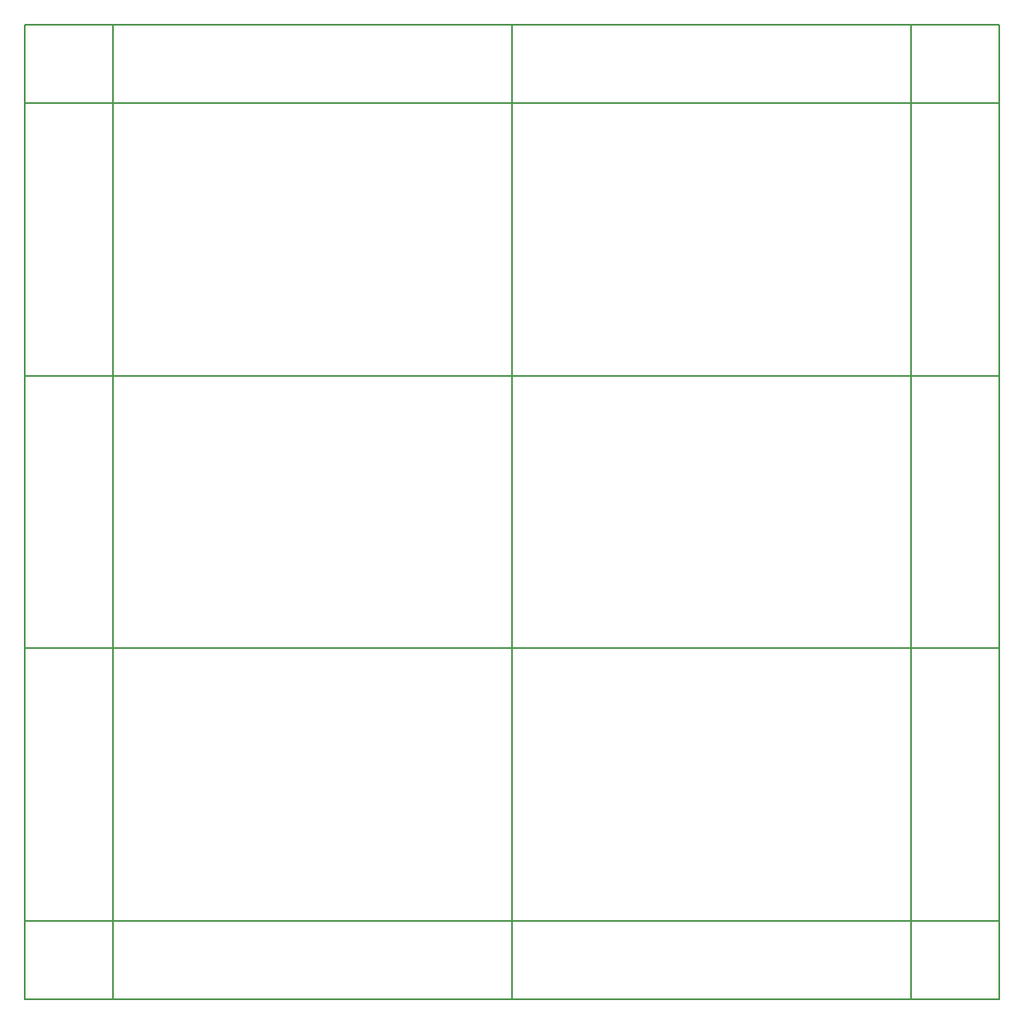
<source format=gbr>
G04 #@! TF.GenerationSoftware,KiCad,Pcbnew,5.0.0*
G04 #@! TF.CreationDate,2018-12-15T19:02:40-05:00*
G04 #@! TF.ProjectId,BT_12V_SmartSwitch-panelized,42545F3132565F536D61727453776974,rev?*
G04 #@! TF.SameCoordinates,Original*
G04 #@! TF.FileFunction,Profile,NP*
%FSLAX46Y46*%
G04 Gerber Fmt 4.6, Leading zero omitted, Abs format (unit mm)*
G04 Created by KiCad (PCBNEW 5.0.0) date Sat Dec 15 19:02:40 2018*
%MOMM*%
%LPD*%
G01*
G04 APERTURE LIST*
%ADD10C,0.150000*%
G04 APERTURE END LIST*
D10*
X89500000Y-130000000D02*
X89500000Y-30000000D01*
X189500000Y-130000000D02*
X89500000Y-130000000D01*
X189500000Y-30000000D02*
X189500000Y-130000000D01*
X89500000Y-30000000D02*
X189500000Y-30000000D01*
X180500000Y-122000000D02*
X180500000Y-130000000D01*
X139500000Y-122000000D02*
X139500000Y-130000000D01*
X98500000Y-122000000D02*
X98500000Y-130000000D01*
X89500000Y-130000000D02*
X89500000Y-122000000D01*
X189500000Y-130000000D02*
X89500000Y-130000000D01*
X189500000Y-122000000D02*
X189500000Y-130000000D01*
X180500000Y-38000000D02*
X180500000Y-30000000D01*
X139500000Y-38000000D02*
X139500000Y-30000000D01*
X98500000Y-38000000D02*
X98500000Y-30000000D01*
X89500000Y-30000000D02*
X89500000Y-38000000D01*
X189500000Y-30000000D02*
X89500000Y-30000000D01*
X189500000Y-38000000D02*
X189500000Y-30000000D01*
X180500000Y-66000000D02*
X189500000Y-66000000D01*
X180500000Y-94000000D02*
X189500000Y-94000000D01*
X189500000Y-122000000D02*
X180500000Y-122000000D01*
X189500000Y-38000000D02*
X189500000Y-122000000D01*
X180500000Y-38000000D02*
X189500000Y-38000000D01*
X98500000Y-66000000D02*
X89500000Y-66000000D01*
X98500000Y-94000000D02*
X89500000Y-94000000D01*
X89500000Y-122000000D02*
X98500000Y-122000000D01*
X89500000Y-38000000D02*
X89500000Y-122000000D01*
X98500000Y-38000000D02*
X89500000Y-38000000D01*
X139500000Y-66000000D02*
X139500000Y-38000000D01*
X180500000Y-66000000D02*
X139500000Y-66000000D01*
X180500000Y-38000000D02*
X180500000Y-66000000D01*
X139500000Y-38000000D02*
X180500000Y-38000000D01*
X139500000Y-66000000D02*
X139500000Y-38000000D01*
X180500000Y-66000000D02*
X139500000Y-66000000D01*
X180500000Y-38000000D02*
X180500000Y-66000000D01*
X139500000Y-38000000D02*
X180500000Y-38000000D01*
X139500000Y-94000000D02*
X139500000Y-66000000D01*
X180500000Y-94000000D02*
X139500000Y-94000000D01*
X180500000Y-66000000D02*
X180500000Y-94000000D01*
X139500000Y-66000000D02*
X180500000Y-66000000D01*
X139500000Y-94000000D02*
X139500000Y-66000000D01*
X180500000Y-94000000D02*
X139500000Y-94000000D01*
X180500000Y-66000000D02*
X180500000Y-94000000D01*
X139500000Y-66000000D02*
X180500000Y-66000000D01*
X98500000Y-94000000D02*
X98500000Y-66000000D01*
X139500000Y-94000000D02*
X98500000Y-94000000D01*
X139500000Y-66000000D02*
X139500000Y-94000000D01*
X98500000Y-66000000D02*
X139500000Y-66000000D01*
X98500000Y-94000000D02*
X98500000Y-66000000D01*
X139500000Y-94000000D02*
X98500000Y-94000000D01*
X139500000Y-66000000D02*
X139500000Y-94000000D01*
X98500000Y-66000000D02*
X139500000Y-66000000D01*
X98500000Y-66000000D02*
X98500000Y-38000000D01*
X139500000Y-66000000D02*
X98500000Y-66000000D01*
X139500000Y-38000000D02*
X139500000Y-66000000D01*
X98500000Y-38000000D02*
X139500000Y-38000000D01*
X98500000Y-66000000D02*
X98500000Y-38000000D01*
X139500000Y-66000000D02*
X98500000Y-66000000D01*
X139500000Y-38000000D02*
X139500000Y-66000000D01*
X98500000Y-38000000D02*
X139500000Y-38000000D01*
X139500000Y-122000000D02*
X139500000Y-94000000D01*
X180500000Y-122000000D02*
X139500000Y-122000000D01*
X180500000Y-94000000D02*
X180500000Y-122000000D01*
X139500000Y-94000000D02*
X180500000Y-94000000D01*
X139500000Y-122000000D02*
X139500000Y-94000000D01*
X180500000Y-122000000D02*
X139500000Y-122000000D01*
X180500000Y-94000000D02*
X180500000Y-122000000D01*
X139500000Y-94000000D02*
X180500000Y-94000000D01*
X98500000Y-122000000D02*
X98500000Y-94000000D01*
X139500000Y-122000000D02*
X98500000Y-122000000D01*
X139500000Y-94000000D02*
X139500000Y-122000000D01*
X98500000Y-94000000D02*
X139500000Y-94000000D01*
X98500000Y-122000000D02*
X98500000Y-94000000D01*
X139500000Y-122000000D02*
X98500000Y-122000000D01*
X139500000Y-94000000D02*
X139500000Y-122000000D01*
X98500000Y-94000000D02*
X139500000Y-94000000D01*
M02*

</source>
